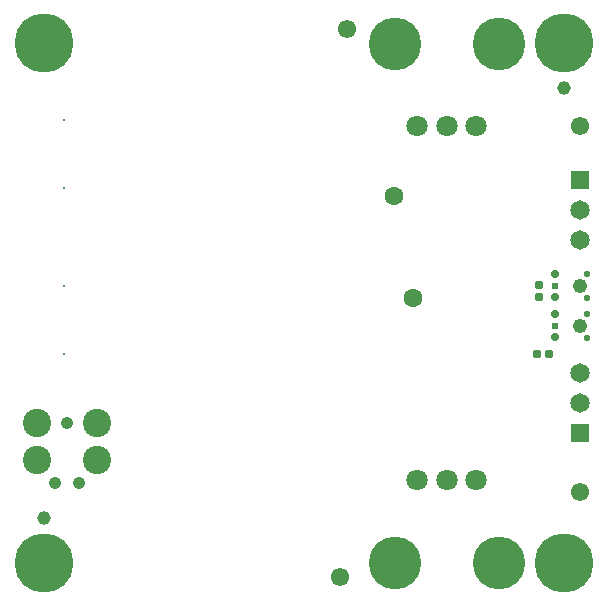
<source format=gbr>
%TF.GenerationSoftware,Altium Limited,Altium Designer,24.2.2 (26)*%
G04 Layer_Color=255*
%FSLAX45Y45*%
%MOMM*%
%TF.SameCoordinates,9421A899-AC1A-4384-8821-8213F9677E77*%
%TF.FilePolarity,Positive*%
%TF.FileFunction,Pads,Bot*%
%TF.Part,Single*%
G01*
G75*
%TA.AperFunction,SMDPad,CuDef*%
G04:AMPARAMS|DCode=15|XSize=0.6mm|YSize=0.7mm|CornerRadius=0.075mm|HoleSize=0mm|Usage=FLASHONLY|Rotation=0.000|XOffset=0mm|YOffset=0mm|HoleType=Round|Shape=RoundedRectangle|*
%AMROUNDEDRECTD15*
21,1,0.60000,0.55000,0,0,0.0*
21,1,0.45000,0.70000,0,0,0.0*
1,1,0.15000,0.22500,-0.27500*
1,1,0.15000,-0.22500,-0.27500*
1,1,0.15000,-0.22500,0.27500*
1,1,0.15000,0.22500,0.27500*
%
%ADD15ROUNDEDRECTD15*%
G04:AMPARAMS|DCode=17|XSize=0.6mm|YSize=0.7mm|CornerRadius=0.075mm|HoleSize=0mm|Usage=FLASHONLY|Rotation=90.000|XOffset=0mm|YOffset=0mm|HoleType=Round|Shape=RoundedRectangle|*
%AMROUNDEDRECTD17*
21,1,0.60000,0.55000,0,0,90.0*
21,1,0.45000,0.70000,0,0,90.0*
1,1,0.15000,0.27500,0.22500*
1,1,0.15000,0.27500,-0.22500*
1,1,0.15000,-0.27500,-0.22500*
1,1,0.15000,-0.27500,0.22500*
%
%ADD17ROUNDEDRECTD17*%
%TA.AperFunction,ComponentPad*%
%ADD46C,1.60000*%
%ADD47C,1.55000*%
%ADD48C,2.40000*%
%ADD49C,1.06700*%
%ADD50C,4.46000*%
%ADD51C,1.80000*%
%TA.AperFunction,WasherPad*%
%ADD52C,1.15200*%
%TA.AperFunction,ComponentPad*%
%ADD53C,0.32500*%
%TA.AperFunction,ViaPad*%
%ADD54C,5.00000*%
%TA.AperFunction,ComponentPad*%
%ADD55C,1.65000*%
%ADD56R,1.65000X1.65000*%
%TA.AperFunction,SMDPad,CuDef*%
%ADD60C,1.22400*%
%ADD61C,0.72300*%
%ADD62C,0.61200*%
%ADD63C,0.56200*%
%TA.AperFunction,ComponentPad*%
%ADD64C,0.64000*%
D15*
X10152016Y7937880D02*
D03*
X10252016D02*
D03*
D17*
X10170401Y8420485D02*
D03*
Y8520485D02*
D03*
D46*
X9104700Y8413055D02*
D03*
X8944699Y9273034D02*
D03*
D47*
X8479430Y6052147D02*
D03*
X8543039Y10685354D02*
D03*
X10511400Y6770479D02*
D03*
Y9869500D02*
D03*
D48*
X5918854Y7037825D02*
D03*
Y7355325D02*
D03*
X6426854D02*
D03*
Y7037825D02*
D03*
D49*
X6172854Y7355325D02*
D03*
X6274454Y6847325D02*
D03*
X6071254D02*
D03*
D50*
X8948100Y6169667D02*
D03*
X9828100D02*
D03*
X9828064Y10565333D02*
D03*
X8948064D02*
D03*
D51*
X9138100Y6869667D02*
D03*
X9388100D02*
D03*
X9638100D02*
D03*
X9638064Y9865333D02*
D03*
X9388064D02*
D03*
X9138064D02*
D03*
D52*
X5977500Y6552500D02*
D03*
X10377500Y10185000D02*
D03*
D53*
X6144237Y9918454D02*
D03*
Y9340455D02*
D03*
X6144200Y7937954D02*
D03*
Y8515954D02*
D03*
D54*
X10377500Y6167500D02*
D03*
Y10567500D02*
D03*
X5977500Y6167500D02*
D03*
X5977500Y10567500D02*
D03*
D55*
X10511400Y7773459D02*
D03*
Y7519459D02*
D03*
X10511399Y8899041D02*
D03*
Y9153041D02*
D03*
D56*
X10511400Y7265459D02*
D03*
X10511399Y9407041D02*
D03*
D60*
X10514400Y8176575D02*
D03*
X10514429Y8516600D02*
D03*
D61*
X10304100Y8273175D02*
D03*
Y8079975D02*
D03*
X10304129Y8613200D02*
D03*
Y8420000D02*
D03*
D62*
X10304100Y8176575D02*
D03*
X10304129Y8516600D02*
D03*
D63*
X10577800Y8075076D02*
D03*
Y8278075D02*
D03*
X10577829Y8415100D02*
D03*
Y8618100D02*
D03*
D64*
X10514429Y8516600D02*
D03*
X10514400Y8176575D02*
D03*
%TF.MD5,9b59c3a924aff55b75037edce4ed3ea0*%
M02*

</source>
